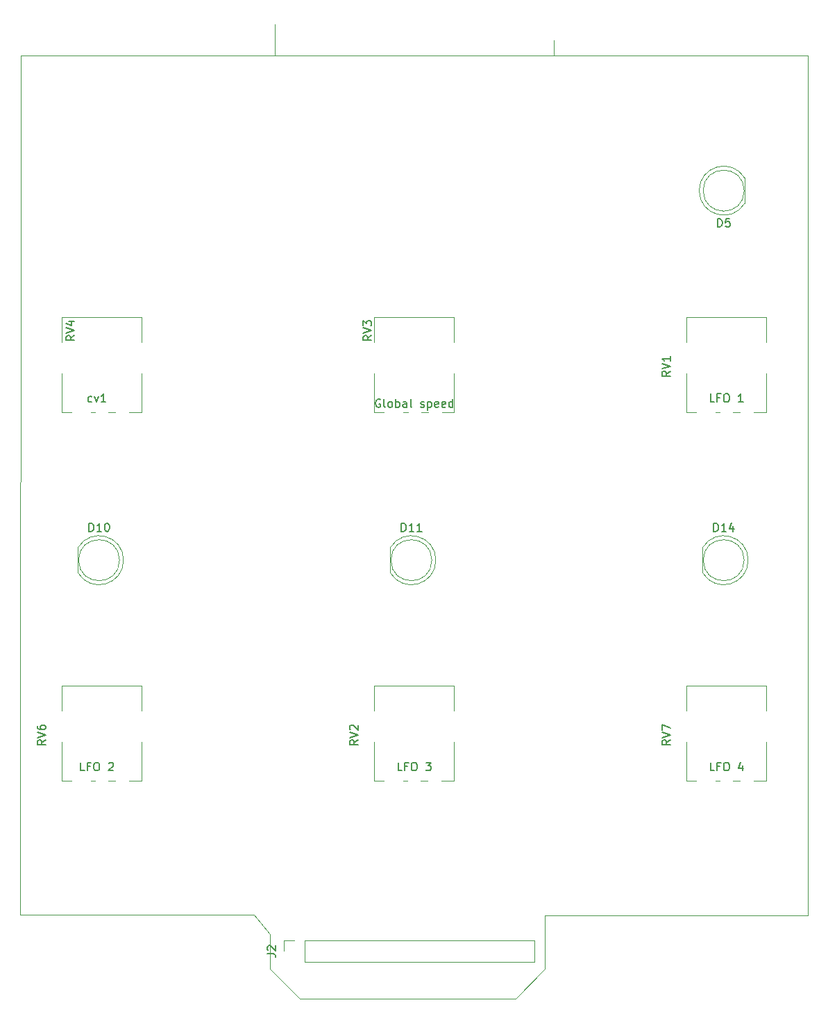
<source format=gbr>
%TF.GenerationSoftware,KiCad,Pcbnew,(5.1.9)-1*%
%TF.CreationDate,2021-09-12T20:22:20+01:00*%
%TF.ProjectId,KOSMOS LFO6,4b4f534d-4f53-4204-9c46-4f362e6b6963,rev?*%
%TF.SameCoordinates,Original*%
%TF.FileFunction,Legend,Top*%
%TF.FilePolarity,Positive*%
%FSLAX46Y46*%
G04 Gerber Fmt 4.6, Leading zero omitted, Abs format (unit mm)*
G04 Created by KiCad (PCBNEW (5.1.9)-1) date 2021-09-12 20:22:20*
%MOMM*%
%LPD*%
G01*
G04 APERTURE LIST*
%TA.AperFunction,Profile*%
%ADD10C,0.050000*%
%TD*%
%ADD11C,0.120000*%
%ADD12C,0.150000*%
G04 APERTURE END LIST*
D10*
X50368000Y-127195000D02*
X48463000Y-124782000D01*
X83896000Y-131386000D02*
X80340000Y-135000000D01*
X83896000Y-124909000D02*
X83896000Y-131386000D01*
X116027000Y-124909000D02*
X83896000Y-124909000D01*
X50368000Y-131386000D02*
X54051000Y-135000000D01*
X50368000Y-127195000D02*
X50368000Y-131386000D01*
X19888000Y-124782000D02*
X48463000Y-124782000D01*
D11*
X85000000Y-20000000D02*
X85000000Y-18095000D01*
X51000000Y-20000000D02*
X51000000Y-16190000D01*
D12*
X104600000Y-107217380D02*
X104123809Y-107217380D01*
X104123809Y-106217380D01*
X105266666Y-106693571D02*
X104933333Y-106693571D01*
X104933333Y-107217380D02*
X104933333Y-106217380D01*
X105409523Y-106217380D01*
X105980952Y-106217380D02*
X106171428Y-106217380D01*
X106266666Y-106265000D01*
X106361904Y-106360238D01*
X106409523Y-106550714D01*
X106409523Y-106884047D01*
X106361904Y-107074523D01*
X106266666Y-107169761D01*
X106171428Y-107217380D01*
X105980952Y-107217380D01*
X105885714Y-107169761D01*
X105790476Y-107074523D01*
X105742857Y-106884047D01*
X105742857Y-106550714D01*
X105790476Y-106360238D01*
X105885714Y-106265000D01*
X105980952Y-106217380D01*
X108028571Y-106550714D02*
X108028571Y-107217380D01*
X107790476Y-106169761D02*
X107552380Y-106884047D01*
X108171428Y-106884047D01*
X66500000Y-107217380D02*
X66023809Y-107217380D01*
X66023809Y-106217380D01*
X67166666Y-106693571D02*
X66833333Y-106693571D01*
X66833333Y-107217380D02*
X66833333Y-106217380D01*
X67309523Y-106217380D01*
X67880952Y-106217380D02*
X68071428Y-106217380D01*
X68166666Y-106265000D01*
X68261904Y-106360238D01*
X68309523Y-106550714D01*
X68309523Y-106884047D01*
X68261904Y-107074523D01*
X68166666Y-107169761D01*
X68071428Y-107217380D01*
X67880952Y-107217380D01*
X67785714Y-107169761D01*
X67690476Y-107074523D01*
X67642857Y-106884047D01*
X67642857Y-106550714D01*
X67690476Y-106360238D01*
X67785714Y-106265000D01*
X67880952Y-106217380D01*
X69404761Y-106217380D02*
X70023809Y-106217380D01*
X69690476Y-106598333D01*
X69833333Y-106598333D01*
X69928571Y-106645952D01*
X69976190Y-106693571D01*
X70023809Y-106788809D01*
X70023809Y-107026904D01*
X69976190Y-107122142D01*
X69928571Y-107169761D01*
X69833333Y-107217380D01*
X69547619Y-107217380D01*
X69452380Y-107169761D01*
X69404761Y-107122142D01*
X27765000Y-107217380D02*
X27288809Y-107217380D01*
X27288809Y-106217380D01*
X28431666Y-106693571D02*
X28098333Y-106693571D01*
X28098333Y-107217380D02*
X28098333Y-106217380D01*
X28574523Y-106217380D01*
X29145952Y-106217380D02*
X29336428Y-106217380D01*
X29431666Y-106265000D01*
X29526904Y-106360238D01*
X29574523Y-106550714D01*
X29574523Y-106884047D01*
X29526904Y-107074523D01*
X29431666Y-107169761D01*
X29336428Y-107217380D01*
X29145952Y-107217380D01*
X29050714Y-107169761D01*
X28955476Y-107074523D01*
X28907857Y-106884047D01*
X28907857Y-106550714D01*
X28955476Y-106360238D01*
X29050714Y-106265000D01*
X29145952Y-106217380D01*
X30717380Y-106312619D02*
X30765000Y-106265000D01*
X30860238Y-106217380D01*
X31098333Y-106217380D01*
X31193571Y-106265000D01*
X31241190Y-106312619D01*
X31288809Y-106407857D01*
X31288809Y-106503095D01*
X31241190Y-106645952D01*
X30669761Y-107217380D01*
X31288809Y-107217380D01*
X104600000Y-62247380D02*
X104123809Y-62247380D01*
X104123809Y-61247380D01*
X105266666Y-61723571D02*
X104933333Y-61723571D01*
X104933333Y-62247380D02*
X104933333Y-61247380D01*
X105409523Y-61247380D01*
X105980952Y-61247380D02*
X106171428Y-61247380D01*
X106266666Y-61295000D01*
X106361904Y-61390238D01*
X106409523Y-61580714D01*
X106409523Y-61914047D01*
X106361904Y-62104523D01*
X106266666Y-62199761D01*
X106171428Y-62247380D01*
X105980952Y-62247380D01*
X105885714Y-62199761D01*
X105790476Y-62104523D01*
X105742857Y-61914047D01*
X105742857Y-61580714D01*
X105790476Y-61390238D01*
X105885714Y-61295000D01*
X105980952Y-61247380D01*
X108123809Y-62247380D02*
X107552380Y-62247380D01*
X107838095Y-62247380D02*
X107838095Y-61247380D01*
X107742857Y-61390238D01*
X107647619Y-61485476D01*
X107552380Y-61533095D01*
X28645952Y-62199761D02*
X28550714Y-62247380D01*
X28360238Y-62247380D01*
X28265000Y-62199761D01*
X28217380Y-62152142D01*
X28169761Y-62056904D01*
X28169761Y-61771190D01*
X28217380Y-61675952D01*
X28265000Y-61628333D01*
X28360238Y-61580714D01*
X28550714Y-61580714D01*
X28645952Y-61628333D01*
X28979285Y-61580714D02*
X29217380Y-62247380D01*
X29455476Y-61580714D01*
X30360238Y-62247380D02*
X29788809Y-62247380D01*
X30074523Y-62247380D02*
X30074523Y-61247380D01*
X29979285Y-61390238D01*
X29884047Y-61485476D01*
X29788809Y-61533095D01*
X63833333Y-61930000D02*
X63738095Y-61882380D01*
X63595238Y-61882380D01*
X63452380Y-61930000D01*
X63357142Y-62025238D01*
X63309523Y-62120476D01*
X63261904Y-62310952D01*
X63261904Y-62453809D01*
X63309523Y-62644285D01*
X63357142Y-62739523D01*
X63452380Y-62834761D01*
X63595238Y-62882380D01*
X63690476Y-62882380D01*
X63833333Y-62834761D01*
X63880952Y-62787142D01*
X63880952Y-62453809D01*
X63690476Y-62453809D01*
X64452380Y-62882380D02*
X64357142Y-62834761D01*
X64309523Y-62739523D01*
X64309523Y-61882380D01*
X64976190Y-62882380D02*
X64880952Y-62834761D01*
X64833333Y-62787142D01*
X64785714Y-62691904D01*
X64785714Y-62406190D01*
X64833333Y-62310952D01*
X64880952Y-62263333D01*
X64976190Y-62215714D01*
X65119047Y-62215714D01*
X65214285Y-62263333D01*
X65261904Y-62310952D01*
X65309523Y-62406190D01*
X65309523Y-62691904D01*
X65261904Y-62787142D01*
X65214285Y-62834761D01*
X65119047Y-62882380D01*
X64976190Y-62882380D01*
X65738095Y-62882380D02*
X65738095Y-61882380D01*
X65738095Y-62263333D02*
X65833333Y-62215714D01*
X66023809Y-62215714D01*
X66119047Y-62263333D01*
X66166666Y-62310952D01*
X66214285Y-62406190D01*
X66214285Y-62691904D01*
X66166666Y-62787142D01*
X66119047Y-62834761D01*
X66023809Y-62882380D01*
X65833333Y-62882380D01*
X65738095Y-62834761D01*
X67071428Y-62882380D02*
X67071428Y-62358571D01*
X67023809Y-62263333D01*
X66928571Y-62215714D01*
X66738095Y-62215714D01*
X66642857Y-62263333D01*
X67071428Y-62834761D02*
X66976190Y-62882380D01*
X66738095Y-62882380D01*
X66642857Y-62834761D01*
X66595238Y-62739523D01*
X66595238Y-62644285D01*
X66642857Y-62549047D01*
X66738095Y-62501428D01*
X66976190Y-62501428D01*
X67071428Y-62453809D01*
X67690476Y-62882380D02*
X67595238Y-62834761D01*
X67547619Y-62739523D01*
X67547619Y-61882380D01*
X68785714Y-62834761D02*
X68880952Y-62882380D01*
X69071428Y-62882380D01*
X69166666Y-62834761D01*
X69214285Y-62739523D01*
X69214285Y-62691904D01*
X69166666Y-62596666D01*
X69071428Y-62549047D01*
X68928571Y-62549047D01*
X68833333Y-62501428D01*
X68785714Y-62406190D01*
X68785714Y-62358571D01*
X68833333Y-62263333D01*
X68928571Y-62215714D01*
X69071428Y-62215714D01*
X69166666Y-62263333D01*
X69642857Y-62215714D02*
X69642857Y-63215714D01*
X69642857Y-62263333D02*
X69738095Y-62215714D01*
X69928571Y-62215714D01*
X70023809Y-62263333D01*
X70071428Y-62310952D01*
X70119047Y-62406190D01*
X70119047Y-62691904D01*
X70071428Y-62787142D01*
X70023809Y-62834761D01*
X69928571Y-62882380D01*
X69738095Y-62882380D01*
X69642857Y-62834761D01*
X70928571Y-62834761D02*
X70833333Y-62882380D01*
X70642857Y-62882380D01*
X70547619Y-62834761D01*
X70500000Y-62739523D01*
X70500000Y-62358571D01*
X70547619Y-62263333D01*
X70642857Y-62215714D01*
X70833333Y-62215714D01*
X70928571Y-62263333D01*
X70976190Y-62358571D01*
X70976190Y-62453809D01*
X70500000Y-62549047D01*
X71785714Y-62834761D02*
X71690476Y-62882380D01*
X71500000Y-62882380D01*
X71404761Y-62834761D01*
X71357142Y-62739523D01*
X71357142Y-62358571D01*
X71404761Y-62263333D01*
X71500000Y-62215714D01*
X71690476Y-62215714D01*
X71785714Y-62263333D01*
X71833333Y-62358571D01*
X71833333Y-62453809D01*
X71357142Y-62549047D01*
X72690476Y-62882380D02*
X72690476Y-61882380D01*
X72690476Y-62834761D02*
X72595238Y-62882380D01*
X72404761Y-62882380D01*
X72309523Y-62834761D01*
X72261904Y-62787142D01*
X72214285Y-62691904D01*
X72214285Y-62406190D01*
X72261904Y-62310952D01*
X72309523Y-62263333D01*
X72404761Y-62215714D01*
X72595238Y-62215714D01*
X72690476Y-62263333D01*
D10*
X54051000Y-135000000D02*
X80340000Y-135000000D01*
X20000000Y-20000000D02*
X116000000Y-20000000D01*
X116000000Y-20000000D02*
X116027000Y-124909000D01*
X20000000Y-20000000D02*
X19888000Y-124782000D01*
D11*
%TO.C,RV3*%
X72870000Y-51865000D02*
X63130000Y-51865000D01*
X72870000Y-63455000D02*
X71380000Y-63455000D01*
X72870000Y-54925000D02*
X72870000Y-51865000D01*
X63120000Y-63455000D02*
X63120000Y-58735000D01*
X63130000Y-54925000D02*
X63130000Y-51865000D01*
X72870000Y-63455000D02*
X72870000Y-58735000D01*
X64310000Y-63455000D02*
X63130000Y-63455000D01*
X67210000Y-63455000D02*
X66680000Y-63455000D01*
X69660000Y-63455000D02*
X68830000Y-63455000D01*
%TO.C,RV4*%
X34730000Y-51865000D02*
X24990000Y-51865000D01*
X34730000Y-63455000D02*
X33240000Y-63455000D01*
X34730000Y-54925000D02*
X34730000Y-51865000D01*
X24980000Y-63455000D02*
X24980000Y-58735000D01*
X24990000Y-54925000D02*
X24990000Y-51865000D01*
X34730000Y-63455000D02*
X34730000Y-58735000D01*
X26170000Y-63455000D02*
X24990000Y-63455000D01*
X29070000Y-63455000D02*
X28540000Y-63455000D01*
X31520000Y-63455000D02*
X30690000Y-63455000D01*
%TO.C,D5*%
X108240000Y-36455000D02*
G75*
G03*
X108240000Y-36455000I-2500000J0D01*
G01*
X108300000Y-38000000D02*
X108300000Y-34910000D01*
X102750000Y-36455462D02*
G75*
G02*
X108300000Y-34910170I2990000J462D01*
G01*
X102750000Y-36454538D02*
G75*
G03*
X108300000Y-37999830I2990000J-462D01*
G01*
%TO.C,D10*%
X26980000Y-79995000D02*
X26980000Y-83085000D01*
X32040000Y-81540000D02*
G75*
G03*
X32040000Y-81540000I-2500000J0D01*
G01*
X32530000Y-81540462D02*
G75*
G03*
X26980000Y-79995170I-2990000J462D01*
G01*
X32530000Y-81539538D02*
G75*
G02*
X26980000Y-83084830I-2990000J-462D01*
G01*
%TO.C,D11*%
X70140000Y-81540000D02*
G75*
G03*
X70140000Y-81540000I-2500000J0D01*
G01*
X65080000Y-79995000D02*
X65080000Y-83085000D01*
X70630000Y-81539538D02*
G75*
G02*
X65080000Y-83084830I-2990000J-462D01*
G01*
X70630000Y-81540462D02*
G75*
G03*
X65080000Y-79995170I-2990000J462D01*
G01*
%TO.C,D14*%
X103180000Y-79995000D02*
X103180000Y-83085000D01*
X108240000Y-81540000D02*
G75*
G03*
X108240000Y-81540000I-2500000J0D01*
G01*
X108730000Y-81540462D02*
G75*
G03*
X103180000Y-79995170I-2990000J462D01*
G01*
X108730000Y-81539538D02*
G75*
G02*
X103180000Y-83084830I-2990000J-462D01*
G01*
%TO.C,J2*%
X52065000Y-129220000D02*
X52065000Y-127890000D01*
X52065000Y-127890000D02*
X53395000Y-127890000D01*
X54665000Y-127890000D02*
X82665000Y-127890000D01*
X82665000Y-130550000D02*
X82665000Y-127890000D01*
X54665000Y-130550000D02*
X82665000Y-130550000D01*
X54665000Y-130550000D02*
X54665000Y-127890000D01*
%TO.C,RV1*%
X110930000Y-51865000D02*
X101190000Y-51865000D01*
X110930000Y-63455000D02*
X109440000Y-63455000D01*
X110930000Y-54925000D02*
X110930000Y-51865000D01*
X101180000Y-63455000D02*
X101180000Y-58735000D01*
X101190000Y-54925000D02*
X101190000Y-51865000D01*
X110930000Y-63455000D02*
X110930000Y-58735000D01*
X102370000Y-63455000D02*
X101190000Y-63455000D01*
X105270000Y-63455000D02*
X104740000Y-63455000D01*
X107720000Y-63455000D02*
X106890000Y-63455000D01*
%TO.C,RV2*%
X72830000Y-96835000D02*
X63090000Y-96835000D01*
X72830000Y-108425000D02*
X71340000Y-108425000D01*
X72830000Y-99895000D02*
X72830000Y-96835000D01*
X63080000Y-108425000D02*
X63080000Y-103705000D01*
X63090000Y-99895000D02*
X63090000Y-96835000D01*
X72830000Y-108425000D02*
X72830000Y-103705000D01*
X64270000Y-108425000D02*
X63090000Y-108425000D01*
X67170000Y-108425000D02*
X66640000Y-108425000D01*
X69620000Y-108425000D02*
X68790000Y-108425000D01*
%TO.C,RV6*%
X31520000Y-108425000D02*
X30690000Y-108425000D01*
X29070000Y-108425000D02*
X28540000Y-108425000D01*
X26170000Y-108425000D02*
X24990000Y-108425000D01*
X34730000Y-108425000D02*
X34730000Y-103705000D01*
X24990000Y-99895000D02*
X24990000Y-96835000D01*
X24980000Y-108425000D02*
X24980000Y-103705000D01*
X34730000Y-99895000D02*
X34730000Y-96835000D01*
X34730000Y-108425000D02*
X33240000Y-108425000D01*
X34730000Y-96835000D02*
X24990000Y-96835000D01*
%TO.C,RV7*%
X107720000Y-108425000D02*
X106890000Y-108425000D01*
X105270000Y-108425000D02*
X104740000Y-108425000D01*
X102370000Y-108425000D02*
X101190000Y-108425000D01*
X110930000Y-108425000D02*
X110930000Y-103705000D01*
X101190000Y-99895000D02*
X101190000Y-96835000D01*
X101180000Y-108425000D02*
X101180000Y-103705000D01*
X110930000Y-99895000D02*
X110930000Y-96835000D01*
X110930000Y-108425000D02*
X109440000Y-108425000D01*
X110930000Y-96835000D02*
X101190000Y-96835000D01*
%TD*%
%TO.C,RV3*%
D12*
X62777380Y-54135238D02*
X62301190Y-54468571D01*
X62777380Y-54706666D02*
X61777380Y-54706666D01*
X61777380Y-54325714D01*
X61825000Y-54230476D01*
X61872619Y-54182857D01*
X61967857Y-54135238D01*
X62110714Y-54135238D01*
X62205952Y-54182857D01*
X62253571Y-54230476D01*
X62301190Y-54325714D01*
X62301190Y-54706666D01*
X61777380Y-53849523D02*
X62777380Y-53516190D01*
X61777380Y-53182857D01*
X61777380Y-52944761D02*
X61777380Y-52325714D01*
X62158333Y-52659047D01*
X62158333Y-52516190D01*
X62205952Y-52420952D01*
X62253571Y-52373333D01*
X62348809Y-52325714D01*
X62586904Y-52325714D01*
X62682142Y-52373333D01*
X62729761Y-52420952D01*
X62777380Y-52516190D01*
X62777380Y-52801904D01*
X62729761Y-52897142D01*
X62682142Y-52944761D01*
%TO.C,RV4*%
X26542380Y-54135238D02*
X26066190Y-54468571D01*
X26542380Y-54706666D02*
X25542380Y-54706666D01*
X25542380Y-54325714D01*
X25590000Y-54230476D01*
X25637619Y-54182857D01*
X25732857Y-54135238D01*
X25875714Y-54135238D01*
X25970952Y-54182857D01*
X26018571Y-54230476D01*
X26066190Y-54325714D01*
X26066190Y-54706666D01*
X25542380Y-53849523D02*
X26542380Y-53516190D01*
X25542380Y-53182857D01*
X25875714Y-52420952D02*
X26542380Y-52420952D01*
X25494761Y-52659047D02*
X26209047Y-52897142D01*
X26209047Y-52278095D01*
%TO.C,D5*%
X105001904Y-40867380D02*
X105001904Y-39867380D01*
X105240000Y-39867380D01*
X105382857Y-39915000D01*
X105478095Y-40010238D01*
X105525714Y-40105476D01*
X105573333Y-40295952D01*
X105573333Y-40438809D01*
X105525714Y-40629285D01*
X105478095Y-40724523D01*
X105382857Y-40819761D01*
X105240000Y-40867380D01*
X105001904Y-40867380D01*
X106478095Y-39867380D02*
X106001904Y-39867380D01*
X105954285Y-40343571D01*
X106001904Y-40295952D01*
X106097142Y-40248333D01*
X106335238Y-40248333D01*
X106430476Y-40295952D01*
X106478095Y-40343571D01*
X106525714Y-40438809D01*
X106525714Y-40676904D01*
X106478095Y-40772142D01*
X106430476Y-40819761D01*
X106335238Y-40867380D01*
X106097142Y-40867380D01*
X106001904Y-40819761D01*
X105954285Y-40772142D01*
%TO.C,D10*%
X28325714Y-78032380D02*
X28325714Y-77032380D01*
X28563809Y-77032380D01*
X28706666Y-77080000D01*
X28801904Y-77175238D01*
X28849523Y-77270476D01*
X28897142Y-77460952D01*
X28897142Y-77603809D01*
X28849523Y-77794285D01*
X28801904Y-77889523D01*
X28706666Y-77984761D01*
X28563809Y-78032380D01*
X28325714Y-78032380D01*
X29849523Y-78032380D02*
X29278095Y-78032380D01*
X29563809Y-78032380D02*
X29563809Y-77032380D01*
X29468571Y-77175238D01*
X29373333Y-77270476D01*
X29278095Y-77318095D01*
X30468571Y-77032380D02*
X30563809Y-77032380D01*
X30659047Y-77080000D01*
X30706666Y-77127619D01*
X30754285Y-77222857D01*
X30801904Y-77413333D01*
X30801904Y-77651428D01*
X30754285Y-77841904D01*
X30706666Y-77937142D01*
X30659047Y-77984761D01*
X30563809Y-78032380D01*
X30468571Y-78032380D01*
X30373333Y-77984761D01*
X30325714Y-77937142D01*
X30278095Y-77841904D01*
X30230476Y-77651428D01*
X30230476Y-77413333D01*
X30278095Y-77222857D01*
X30325714Y-77127619D01*
X30373333Y-77080000D01*
X30468571Y-77032380D01*
%TO.C,D11*%
X66425714Y-78032380D02*
X66425714Y-77032380D01*
X66663809Y-77032380D01*
X66806666Y-77080000D01*
X66901904Y-77175238D01*
X66949523Y-77270476D01*
X66997142Y-77460952D01*
X66997142Y-77603809D01*
X66949523Y-77794285D01*
X66901904Y-77889523D01*
X66806666Y-77984761D01*
X66663809Y-78032380D01*
X66425714Y-78032380D01*
X67949523Y-78032380D02*
X67378095Y-78032380D01*
X67663809Y-78032380D02*
X67663809Y-77032380D01*
X67568571Y-77175238D01*
X67473333Y-77270476D01*
X67378095Y-77318095D01*
X68901904Y-78032380D02*
X68330476Y-78032380D01*
X68616190Y-78032380D02*
X68616190Y-77032380D01*
X68520952Y-77175238D01*
X68425714Y-77270476D01*
X68330476Y-77318095D01*
%TO.C,D14*%
X104525714Y-78032380D02*
X104525714Y-77032380D01*
X104763809Y-77032380D01*
X104906666Y-77080000D01*
X105001904Y-77175238D01*
X105049523Y-77270476D01*
X105097142Y-77460952D01*
X105097142Y-77603809D01*
X105049523Y-77794285D01*
X105001904Y-77889523D01*
X104906666Y-77984761D01*
X104763809Y-78032380D01*
X104525714Y-78032380D01*
X106049523Y-78032380D02*
X105478095Y-78032380D01*
X105763809Y-78032380D02*
X105763809Y-77032380D01*
X105668571Y-77175238D01*
X105573333Y-77270476D01*
X105478095Y-77318095D01*
X106906666Y-77365714D02*
X106906666Y-78032380D01*
X106668571Y-76984761D02*
X106430476Y-77699047D01*
X107049523Y-77699047D01*
%TO.C,J2*%
X50077380Y-129553333D02*
X50791666Y-129553333D01*
X50934523Y-129600952D01*
X51029761Y-129696190D01*
X51077380Y-129839047D01*
X51077380Y-129934285D01*
X50172619Y-129124761D02*
X50125000Y-129077142D01*
X50077380Y-128981904D01*
X50077380Y-128743809D01*
X50125000Y-128648571D01*
X50172619Y-128600952D01*
X50267857Y-128553333D01*
X50363095Y-128553333D01*
X50505952Y-128600952D01*
X51077380Y-129172380D01*
X51077380Y-128553333D01*
%TO.C,RV1*%
X99212380Y-58480238D02*
X98736190Y-58813571D01*
X99212380Y-59051666D02*
X98212380Y-59051666D01*
X98212380Y-58670714D01*
X98260000Y-58575476D01*
X98307619Y-58527857D01*
X98402857Y-58480238D01*
X98545714Y-58480238D01*
X98640952Y-58527857D01*
X98688571Y-58575476D01*
X98736190Y-58670714D01*
X98736190Y-59051666D01*
X98212380Y-58194523D02*
X99212380Y-57861190D01*
X98212380Y-57527857D01*
X99212380Y-56670714D02*
X99212380Y-57242142D01*
X99212380Y-56956428D02*
X98212380Y-56956428D01*
X98355238Y-57051666D01*
X98450476Y-57146904D01*
X98498095Y-57242142D01*
%TO.C,RV2*%
X61112380Y-103450238D02*
X60636190Y-103783571D01*
X61112380Y-104021666D02*
X60112380Y-104021666D01*
X60112380Y-103640714D01*
X60160000Y-103545476D01*
X60207619Y-103497857D01*
X60302857Y-103450238D01*
X60445714Y-103450238D01*
X60540952Y-103497857D01*
X60588571Y-103545476D01*
X60636190Y-103640714D01*
X60636190Y-104021666D01*
X60112380Y-103164523D02*
X61112380Y-102831190D01*
X60112380Y-102497857D01*
X60207619Y-102212142D02*
X60160000Y-102164523D01*
X60112380Y-102069285D01*
X60112380Y-101831190D01*
X60160000Y-101735952D01*
X60207619Y-101688333D01*
X60302857Y-101640714D01*
X60398095Y-101640714D01*
X60540952Y-101688333D01*
X61112380Y-102259761D01*
X61112380Y-101640714D01*
%TO.C,RV6*%
X23012380Y-103450238D02*
X22536190Y-103783571D01*
X23012380Y-104021666D02*
X22012380Y-104021666D01*
X22012380Y-103640714D01*
X22060000Y-103545476D01*
X22107619Y-103497857D01*
X22202857Y-103450238D01*
X22345714Y-103450238D01*
X22440952Y-103497857D01*
X22488571Y-103545476D01*
X22536190Y-103640714D01*
X22536190Y-104021666D01*
X22012380Y-103164523D02*
X23012380Y-102831190D01*
X22012380Y-102497857D01*
X22012380Y-101735952D02*
X22012380Y-101926428D01*
X22060000Y-102021666D01*
X22107619Y-102069285D01*
X22250476Y-102164523D01*
X22440952Y-102212142D01*
X22821904Y-102212142D01*
X22917142Y-102164523D01*
X22964761Y-102116904D01*
X23012380Y-102021666D01*
X23012380Y-101831190D01*
X22964761Y-101735952D01*
X22917142Y-101688333D01*
X22821904Y-101640714D01*
X22583809Y-101640714D01*
X22488571Y-101688333D01*
X22440952Y-101735952D01*
X22393333Y-101831190D01*
X22393333Y-102021666D01*
X22440952Y-102116904D01*
X22488571Y-102164523D01*
X22583809Y-102212142D01*
%TO.C,RV7*%
X99212380Y-103450238D02*
X98736190Y-103783571D01*
X99212380Y-104021666D02*
X98212380Y-104021666D01*
X98212380Y-103640714D01*
X98260000Y-103545476D01*
X98307619Y-103497857D01*
X98402857Y-103450238D01*
X98545714Y-103450238D01*
X98640952Y-103497857D01*
X98688571Y-103545476D01*
X98736190Y-103640714D01*
X98736190Y-104021666D01*
X98212380Y-103164523D02*
X99212380Y-102831190D01*
X98212380Y-102497857D01*
X98212380Y-102259761D02*
X98212380Y-101593095D01*
X99212380Y-102021666D01*
%TD*%
M02*

</source>
